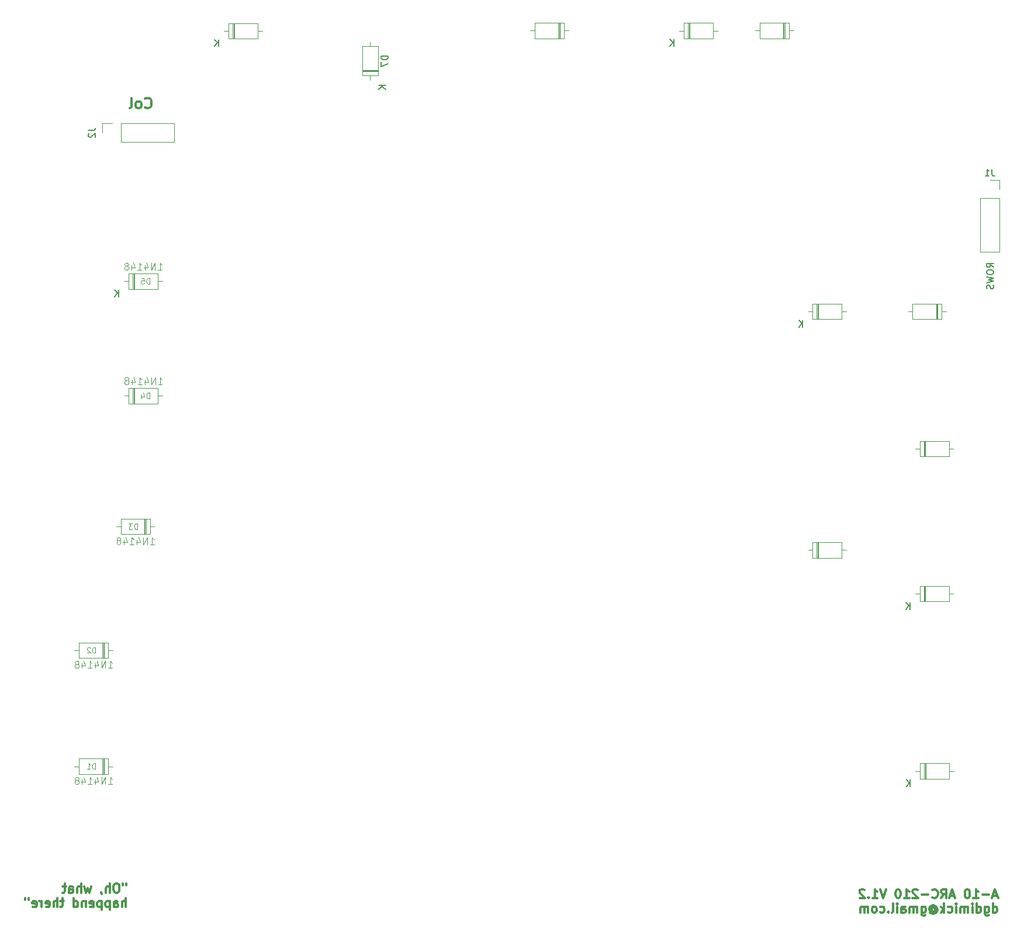
<source format=gbo>
%TF.GenerationSoftware,KiCad,Pcbnew,9.0.3*%
%TF.CreationDate,2025-08-14T19:40:41-06:00*%
%TF.ProjectId,ARC-210-Master-Board,4152432d-3231-4302-9d4d-61737465722d,rev?*%
%TF.SameCoordinates,Original*%
%TF.FileFunction,Legend,Bot*%
%TF.FilePolarity,Positive*%
%FSLAX46Y46*%
G04 Gerber Fmt 4.6, Leading zero omitted, Abs format (unit mm)*
G04 Created by KiCad (PCBNEW 9.0.3) date 2025-08-14 19:40:41*
%MOMM*%
%LPD*%
G01*
G04 APERTURE LIST*
%ADD10C,0.150000*%
%ADD11C,0.300000*%
%ADD12C,0.125000*%
%ADD13C,0.100000*%
%ADD14C,0.120000*%
G04 APERTURE END LIST*
D10*
X214689819Y-65838207D02*
X214213628Y-65504874D01*
X214689819Y-65266779D02*
X213689819Y-65266779D01*
X213689819Y-65266779D02*
X213689819Y-65647731D01*
X213689819Y-65647731D02*
X213737438Y-65742969D01*
X213737438Y-65742969D02*
X213785057Y-65790588D01*
X213785057Y-65790588D02*
X213880295Y-65838207D01*
X213880295Y-65838207D02*
X214023152Y-65838207D01*
X214023152Y-65838207D02*
X214118390Y-65790588D01*
X214118390Y-65790588D02*
X214166009Y-65742969D01*
X214166009Y-65742969D02*
X214213628Y-65647731D01*
X214213628Y-65647731D02*
X214213628Y-65266779D01*
X213689819Y-66457255D02*
X213689819Y-66647731D01*
X213689819Y-66647731D02*
X213737438Y-66742969D01*
X213737438Y-66742969D02*
X213832676Y-66838207D01*
X213832676Y-66838207D02*
X214023152Y-66885826D01*
X214023152Y-66885826D02*
X214356485Y-66885826D01*
X214356485Y-66885826D02*
X214546961Y-66838207D01*
X214546961Y-66838207D02*
X214642200Y-66742969D01*
X214642200Y-66742969D02*
X214689819Y-66647731D01*
X214689819Y-66647731D02*
X214689819Y-66457255D01*
X214689819Y-66457255D02*
X214642200Y-66362017D01*
X214642200Y-66362017D02*
X214546961Y-66266779D01*
X214546961Y-66266779D02*
X214356485Y-66219160D01*
X214356485Y-66219160D02*
X214023152Y-66219160D01*
X214023152Y-66219160D02*
X213832676Y-66266779D01*
X213832676Y-66266779D02*
X213737438Y-66362017D01*
X213737438Y-66362017D02*
X213689819Y-66457255D01*
X213689819Y-67219160D02*
X214689819Y-67457255D01*
X214689819Y-67457255D02*
X213975533Y-67647731D01*
X213975533Y-67647731D02*
X214689819Y-67838207D01*
X214689819Y-67838207D02*
X213689819Y-68076303D01*
X214642200Y-68409636D02*
X214689819Y-68552493D01*
X214689819Y-68552493D02*
X214689819Y-68790588D01*
X214689819Y-68790588D02*
X214642200Y-68885826D01*
X214642200Y-68885826D02*
X214594580Y-68933445D01*
X214594580Y-68933445D02*
X214499342Y-68981064D01*
X214499342Y-68981064D02*
X214404104Y-68981064D01*
X214404104Y-68981064D02*
X214308866Y-68933445D01*
X214308866Y-68933445D02*
X214261247Y-68885826D01*
X214261247Y-68885826D02*
X214213628Y-68790588D01*
X214213628Y-68790588D02*
X214166009Y-68600112D01*
X214166009Y-68600112D02*
X214118390Y-68504874D01*
X214118390Y-68504874D02*
X214070771Y-68457255D01*
X214070771Y-68457255D02*
X213975533Y-68409636D01*
X213975533Y-68409636D02*
X213880295Y-68409636D01*
X213880295Y-68409636D02*
X213785057Y-68457255D01*
X213785057Y-68457255D02*
X213737438Y-68504874D01*
X213737438Y-68504874D02*
X213689819Y-68600112D01*
X213689819Y-68600112D02*
X213689819Y-68838207D01*
X213689819Y-68838207D02*
X213737438Y-68981064D01*
D11*
X91798346Y-42667971D02*
X91869774Y-42739400D01*
X91869774Y-42739400D02*
X92084060Y-42810828D01*
X92084060Y-42810828D02*
X92226917Y-42810828D01*
X92226917Y-42810828D02*
X92441203Y-42739400D01*
X92441203Y-42739400D02*
X92584060Y-42596542D01*
X92584060Y-42596542D02*
X92655489Y-42453685D01*
X92655489Y-42453685D02*
X92726917Y-42167971D01*
X92726917Y-42167971D02*
X92726917Y-41953685D01*
X92726917Y-41953685D02*
X92655489Y-41667971D01*
X92655489Y-41667971D02*
X92584060Y-41525114D01*
X92584060Y-41525114D02*
X92441203Y-41382257D01*
X92441203Y-41382257D02*
X92226917Y-41310828D01*
X92226917Y-41310828D02*
X92084060Y-41310828D01*
X92084060Y-41310828D02*
X91869774Y-41382257D01*
X91869774Y-41382257D02*
X91798346Y-41453685D01*
X90941203Y-42810828D02*
X91084060Y-42739400D01*
X91084060Y-42739400D02*
X91155489Y-42667971D01*
X91155489Y-42667971D02*
X91226917Y-42525114D01*
X91226917Y-42525114D02*
X91226917Y-42096542D01*
X91226917Y-42096542D02*
X91155489Y-41953685D01*
X91155489Y-41953685D02*
X91084060Y-41882257D01*
X91084060Y-41882257D02*
X90941203Y-41810828D01*
X90941203Y-41810828D02*
X90726917Y-41810828D01*
X90726917Y-41810828D02*
X90584060Y-41882257D01*
X90584060Y-41882257D02*
X90512632Y-41953685D01*
X90512632Y-41953685D02*
X90441203Y-42096542D01*
X90441203Y-42096542D02*
X90441203Y-42525114D01*
X90441203Y-42525114D02*
X90512632Y-42667971D01*
X90512632Y-42667971D02*
X90584060Y-42739400D01*
X90584060Y-42739400D02*
X90726917Y-42810828D01*
X90726917Y-42810828D02*
X90941203Y-42810828D01*
X89584060Y-42810828D02*
X89726917Y-42739400D01*
X89726917Y-42739400D02*
X89798346Y-42596542D01*
X89798346Y-42596542D02*
X89798346Y-41310828D01*
X215215012Y-156890949D02*
X214595965Y-156890949D01*
X215338822Y-157262377D02*
X214905489Y-155962377D01*
X214905489Y-155962377D02*
X214472155Y-157262377D01*
X214038822Y-156767139D02*
X213048346Y-156767139D01*
X211748345Y-157262377D02*
X212491202Y-157262377D01*
X212119774Y-157262377D02*
X212119774Y-155962377D01*
X212119774Y-155962377D02*
X212243583Y-156148092D01*
X212243583Y-156148092D02*
X212367393Y-156271901D01*
X212367393Y-156271901D02*
X212491202Y-156333806D01*
X210943584Y-155962377D02*
X210819774Y-155962377D01*
X210819774Y-155962377D02*
X210695965Y-156024282D01*
X210695965Y-156024282D02*
X210634060Y-156086187D01*
X210634060Y-156086187D02*
X210572155Y-156209996D01*
X210572155Y-156209996D02*
X210510250Y-156457615D01*
X210510250Y-156457615D02*
X210510250Y-156767139D01*
X210510250Y-156767139D02*
X210572155Y-157014758D01*
X210572155Y-157014758D02*
X210634060Y-157138568D01*
X210634060Y-157138568D02*
X210695965Y-157200473D01*
X210695965Y-157200473D02*
X210819774Y-157262377D01*
X210819774Y-157262377D02*
X210943584Y-157262377D01*
X210943584Y-157262377D02*
X211067393Y-157200473D01*
X211067393Y-157200473D02*
X211129298Y-157138568D01*
X211129298Y-157138568D02*
X211191203Y-157014758D01*
X211191203Y-157014758D02*
X211253107Y-156767139D01*
X211253107Y-156767139D02*
X211253107Y-156457615D01*
X211253107Y-156457615D02*
X211191203Y-156209996D01*
X211191203Y-156209996D02*
X211129298Y-156086187D01*
X211129298Y-156086187D02*
X211067393Y-156024282D01*
X211067393Y-156024282D02*
X210943584Y-155962377D01*
X209024536Y-156890949D02*
X208405489Y-156890949D01*
X209148346Y-157262377D02*
X208715013Y-155962377D01*
X208715013Y-155962377D02*
X208281679Y-157262377D01*
X207105489Y-157262377D02*
X207538822Y-156643330D01*
X207848346Y-157262377D02*
X207848346Y-155962377D01*
X207848346Y-155962377D02*
X207353108Y-155962377D01*
X207353108Y-155962377D02*
X207229298Y-156024282D01*
X207229298Y-156024282D02*
X207167393Y-156086187D01*
X207167393Y-156086187D02*
X207105489Y-156209996D01*
X207105489Y-156209996D02*
X207105489Y-156395711D01*
X207105489Y-156395711D02*
X207167393Y-156519520D01*
X207167393Y-156519520D02*
X207229298Y-156581425D01*
X207229298Y-156581425D02*
X207353108Y-156643330D01*
X207353108Y-156643330D02*
X207848346Y-156643330D01*
X205805489Y-157138568D02*
X205867393Y-157200473D01*
X205867393Y-157200473D02*
X206053108Y-157262377D01*
X206053108Y-157262377D02*
X206176917Y-157262377D01*
X206176917Y-157262377D02*
X206362631Y-157200473D01*
X206362631Y-157200473D02*
X206486441Y-157076663D01*
X206486441Y-157076663D02*
X206548346Y-156952853D01*
X206548346Y-156952853D02*
X206610250Y-156705234D01*
X206610250Y-156705234D02*
X206610250Y-156519520D01*
X206610250Y-156519520D02*
X206548346Y-156271901D01*
X206548346Y-156271901D02*
X206486441Y-156148092D01*
X206486441Y-156148092D02*
X206362631Y-156024282D01*
X206362631Y-156024282D02*
X206176917Y-155962377D01*
X206176917Y-155962377D02*
X206053108Y-155962377D01*
X206053108Y-155962377D02*
X205867393Y-156024282D01*
X205867393Y-156024282D02*
X205805489Y-156086187D01*
X205248346Y-156767139D02*
X204257870Y-156767139D01*
X203700726Y-156086187D02*
X203638822Y-156024282D01*
X203638822Y-156024282D02*
X203515012Y-155962377D01*
X203515012Y-155962377D02*
X203205488Y-155962377D01*
X203205488Y-155962377D02*
X203081679Y-156024282D01*
X203081679Y-156024282D02*
X203019774Y-156086187D01*
X203019774Y-156086187D02*
X202957869Y-156209996D01*
X202957869Y-156209996D02*
X202957869Y-156333806D01*
X202957869Y-156333806D02*
X203019774Y-156519520D01*
X203019774Y-156519520D02*
X203762631Y-157262377D01*
X203762631Y-157262377D02*
X202957869Y-157262377D01*
X201719774Y-157262377D02*
X202462631Y-157262377D01*
X202091203Y-157262377D02*
X202091203Y-155962377D01*
X202091203Y-155962377D02*
X202215012Y-156148092D01*
X202215012Y-156148092D02*
X202338822Y-156271901D01*
X202338822Y-156271901D02*
X202462631Y-156333806D01*
X200915013Y-155962377D02*
X200791203Y-155962377D01*
X200791203Y-155962377D02*
X200667394Y-156024282D01*
X200667394Y-156024282D02*
X200605489Y-156086187D01*
X200605489Y-156086187D02*
X200543584Y-156209996D01*
X200543584Y-156209996D02*
X200481679Y-156457615D01*
X200481679Y-156457615D02*
X200481679Y-156767139D01*
X200481679Y-156767139D02*
X200543584Y-157014758D01*
X200543584Y-157014758D02*
X200605489Y-157138568D01*
X200605489Y-157138568D02*
X200667394Y-157200473D01*
X200667394Y-157200473D02*
X200791203Y-157262377D01*
X200791203Y-157262377D02*
X200915013Y-157262377D01*
X200915013Y-157262377D02*
X201038822Y-157200473D01*
X201038822Y-157200473D02*
X201100727Y-157138568D01*
X201100727Y-157138568D02*
X201162632Y-157014758D01*
X201162632Y-157014758D02*
X201224536Y-156767139D01*
X201224536Y-156767139D02*
X201224536Y-156457615D01*
X201224536Y-156457615D02*
X201162632Y-156209996D01*
X201162632Y-156209996D02*
X201100727Y-156086187D01*
X201100727Y-156086187D02*
X201038822Y-156024282D01*
X201038822Y-156024282D02*
X200915013Y-155962377D01*
X199119775Y-155962377D02*
X198686442Y-157262377D01*
X198686442Y-157262377D02*
X198253108Y-155962377D01*
X197138822Y-157262377D02*
X197881679Y-157262377D01*
X197510251Y-157262377D02*
X197510251Y-155962377D01*
X197510251Y-155962377D02*
X197634060Y-156148092D01*
X197634060Y-156148092D02*
X197757870Y-156271901D01*
X197757870Y-156271901D02*
X197881679Y-156333806D01*
X196581680Y-157138568D02*
X196519775Y-157200473D01*
X196519775Y-157200473D02*
X196581680Y-157262377D01*
X196581680Y-157262377D02*
X196643584Y-157200473D01*
X196643584Y-157200473D02*
X196581680Y-157138568D01*
X196581680Y-157138568D02*
X196581680Y-157262377D01*
X196024536Y-156086187D02*
X195962632Y-156024282D01*
X195962632Y-156024282D02*
X195838822Y-155962377D01*
X195838822Y-155962377D02*
X195529298Y-155962377D01*
X195529298Y-155962377D02*
X195405489Y-156024282D01*
X195405489Y-156024282D02*
X195343584Y-156086187D01*
X195343584Y-156086187D02*
X195281679Y-156209996D01*
X195281679Y-156209996D02*
X195281679Y-156333806D01*
X195281679Y-156333806D02*
X195343584Y-156519520D01*
X195343584Y-156519520D02*
X196086441Y-157262377D01*
X196086441Y-157262377D02*
X195281679Y-157262377D01*
X214595965Y-159355304D02*
X214595965Y-158055304D01*
X214595965Y-159293400D02*
X214719774Y-159355304D01*
X214719774Y-159355304D02*
X214967393Y-159355304D01*
X214967393Y-159355304D02*
X215091203Y-159293400D01*
X215091203Y-159293400D02*
X215153108Y-159231495D01*
X215153108Y-159231495D02*
X215215012Y-159107685D01*
X215215012Y-159107685D02*
X215215012Y-158736257D01*
X215215012Y-158736257D02*
X215153108Y-158612447D01*
X215153108Y-158612447D02*
X215091203Y-158550542D01*
X215091203Y-158550542D02*
X214967393Y-158488638D01*
X214967393Y-158488638D02*
X214719774Y-158488638D01*
X214719774Y-158488638D02*
X214595965Y-158550542D01*
X213419775Y-158488638D02*
X213419775Y-159541019D01*
X213419775Y-159541019D02*
X213481680Y-159664828D01*
X213481680Y-159664828D02*
X213543584Y-159726733D01*
X213543584Y-159726733D02*
X213667394Y-159788638D01*
X213667394Y-159788638D02*
X213853108Y-159788638D01*
X213853108Y-159788638D02*
X213976918Y-159726733D01*
X213419775Y-159293400D02*
X213543584Y-159355304D01*
X213543584Y-159355304D02*
X213791203Y-159355304D01*
X213791203Y-159355304D02*
X213915013Y-159293400D01*
X213915013Y-159293400D02*
X213976918Y-159231495D01*
X213976918Y-159231495D02*
X214038822Y-159107685D01*
X214038822Y-159107685D02*
X214038822Y-158736257D01*
X214038822Y-158736257D02*
X213976918Y-158612447D01*
X213976918Y-158612447D02*
X213915013Y-158550542D01*
X213915013Y-158550542D02*
X213791203Y-158488638D01*
X213791203Y-158488638D02*
X213543584Y-158488638D01*
X213543584Y-158488638D02*
X213419775Y-158550542D01*
X212243585Y-159355304D02*
X212243585Y-158055304D01*
X212243585Y-159293400D02*
X212367394Y-159355304D01*
X212367394Y-159355304D02*
X212615013Y-159355304D01*
X212615013Y-159355304D02*
X212738823Y-159293400D01*
X212738823Y-159293400D02*
X212800728Y-159231495D01*
X212800728Y-159231495D02*
X212862632Y-159107685D01*
X212862632Y-159107685D02*
X212862632Y-158736257D01*
X212862632Y-158736257D02*
X212800728Y-158612447D01*
X212800728Y-158612447D02*
X212738823Y-158550542D01*
X212738823Y-158550542D02*
X212615013Y-158488638D01*
X212615013Y-158488638D02*
X212367394Y-158488638D01*
X212367394Y-158488638D02*
X212243585Y-158550542D01*
X211624538Y-159355304D02*
X211624538Y-158488638D01*
X211624538Y-158055304D02*
X211686442Y-158117209D01*
X211686442Y-158117209D02*
X211624538Y-158179114D01*
X211624538Y-158179114D02*
X211562633Y-158117209D01*
X211562633Y-158117209D02*
X211624538Y-158055304D01*
X211624538Y-158055304D02*
X211624538Y-158179114D01*
X211005490Y-159355304D02*
X211005490Y-158488638D01*
X211005490Y-158612447D02*
X210943585Y-158550542D01*
X210943585Y-158550542D02*
X210819775Y-158488638D01*
X210819775Y-158488638D02*
X210634061Y-158488638D01*
X210634061Y-158488638D02*
X210510252Y-158550542D01*
X210510252Y-158550542D02*
X210448347Y-158674352D01*
X210448347Y-158674352D02*
X210448347Y-159355304D01*
X210448347Y-158674352D02*
X210386442Y-158550542D01*
X210386442Y-158550542D02*
X210262633Y-158488638D01*
X210262633Y-158488638D02*
X210076918Y-158488638D01*
X210076918Y-158488638D02*
X209953109Y-158550542D01*
X209953109Y-158550542D02*
X209891204Y-158674352D01*
X209891204Y-158674352D02*
X209891204Y-159355304D01*
X209272157Y-159355304D02*
X209272157Y-158488638D01*
X209272157Y-158055304D02*
X209334061Y-158117209D01*
X209334061Y-158117209D02*
X209272157Y-158179114D01*
X209272157Y-158179114D02*
X209210252Y-158117209D01*
X209210252Y-158117209D02*
X209272157Y-158055304D01*
X209272157Y-158055304D02*
X209272157Y-158179114D01*
X208095966Y-159293400D02*
X208219775Y-159355304D01*
X208219775Y-159355304D02*
X208467394Y-159355304D01*
X208467394Y-159355304D02*
X208591204Y-159293400D01*
X208591204Y-159293400D02*
X208653109Y-159231495D01*
X208653109Y-159231495D02*
X208715013Y-159107685D01*
X208715013Y-159107685D02*
X208715013Y-158736257D01*
X208715013Y-158736257D02*
X208653109Y-158612447D01*
X208653109Y-158612447D02*
X208591204Y-158550542D01*
X208591204Y-158550542D02*
X208467394Y-158488638D01*
X208467394Y-158488638D02*
X208219775Y-158488638D01*
X208219775Y-158488638D02*
X208095966Y-158550542D01*
X207538823Y-159355304D02*
X207538823Y-158055304D01*
X207415013Y-158860066D02*
X207043585Y-159355304D01*
X207043585Y-158488638D02*
X207538823Y-158983876D01*
X205681680Y-158736257D02*
X205743585Y-158674352D01*
X205743585Y-158674352D02*
X205867394Y-158612447D01*
X205867394Y-158612447D02*
X205991204Y-158612447D01*
X205991204Y-158612447D02*
X206115013Y-158674352D01*
X206115013Y-158674352D02*
X206176918Y-158736257D01*
X206176918Y-158736257D02*
X206238823Y-158860066D01*
X206238823Y-158860066D02*
X206238823Y-158983876D01*
X206238823Y-158983876D02*
X206176918Y-159107685D01*
X206176918Y-159107685D02*
X206115013Y-159169590D01*
X206115013Y-159169590D02*
X205991204Y-159231495D01*
X205991204Y-159231495D02*
X205867394Y-159231495D01*
X205867394Y-159231495D02*
X205743585Y-159169590D01*
X205743585Y-159169590D02*
X205681680Y-159107685D01*
X205681680Y-158612447D02*
X205681680Y-159107685D01*
X205681680Y-159107685D02*
X205619775Y-159169590D01*
X205619775Y-159169590D02*
X205557870Y-159169590D01*
X205557870Y-159169590D02*
X205434061Y-159107685D01*
X205434061Y-159107685D02*
X205372156Y-158983876D01*
X205372156Y-158983876D02*
X205372156Y-158674352D01*
X205372156Y-158674352D02*
X205495966Y-158488638D01*
X205495966Y-158488638D02*
X205681680Y-158364828D01*
X205681680Y-158364828D02*
X205929299Y-158302923D01*
X205929299Y-158302923D02*
X206176918Y-158364828D01*
X206176918Y-158364828D02*
X206362632Y-158488638D01*
X206362632Y-158488638D02*
X206486442Y-158674352D01*
X206486442Y-158674352D02*
X206548346Y-158921971D01*
X206548346Y-158921971D02*
X206486442Y-159169590D01*
X206486442Y-159169590D02*
X206362632Y-159355304D01*
X206362632Y-159355304D02*
X206176918Y-159479114D01*
X206176918Y-159479114D02*
X205929299Y-159541019D01*
X205929299Y-159541019D02*
X205681680Y-159479114D01*
X205681680Y-159479114D02*
X205495966Y-159355304D01*
X204257870Y-158488638D02*
X204257870Y-159541019D01*
X204257870Y-159541019D02*
X204319775Y-159664828D01*
X204319775Y-159664828D02*
X204381679Y-159726733D01*
X204381679Y-159726733D02*
X204505489Y-159788638D01*
X204505489Y-159788638D02*
X204691203Y-159788638D01*
X204691203Y-159788638D02*
X204815013Y-159726733D01*
X204257870Y-159293400D02*
X204381679Y-159355304D01*
X204381679Y-159355304D02*
X204629298Y-159355304D01*
X204629298Y-159355304D02*
X204753108Y-159293400D01*
X204753108Y-159293400D02*
X204815013Y-159231495D01*
X204815013Y-159231495D02*
X204876917Y-159107685D01*
X204876917Y-159107685D02*
X204876917Y-158736257D01*
X204876917Y-158736257D02*
X204815013Y-158612447D01*
X204815013Y-158612447D02*
X204753108Y-158550542D01*
X204753108Y-158550542D02*
X204629298Y-158488638D01*
X204629298Y-158488638D02*
X204381679Y-158488638D01*
X204381679Y-158488638D02*
X204257870Y-158550542D01*
X203638823Y-159355304D02*
X203638823Y-158488638D01*
X203638823Y-158612447D02*
X203576918Y-158550542D01*
X203576918Y-158550542D02*
X203453108Y-158488638D01*
X203453108Y-158488638D02*
X203267394Y-158488638D01*
X203267394Y-158488638D02*
X203143585Y-158550542D01*
X203143585Y-158550542D02*
X203081680Y-158674352D01*
X203081680Y-158674352D02*
X203081680Y-159355304D01*
X203081680Y-158674352D02*
X203019775Y-158550542D01*
X203019775Y-158550542D02*
X202895966Y-158488638D01*
X202895966Y-158488638D02*
X202710251Y-158488638D01*
X202710251Y-158488638D02*
X202586442Y-158550542D01*
X202586442Y-158550542D02*
X202524537Y-158674352D01*
X202524537Y-158674352D02*
X202524537Y-159355304D01*
X201348347Y-159355304D02*
X201348347Y-158674352D01*
X201348347Y-158674352D02*
X201410252Y-158550542D01*
X201410252Y-158550542D02*
X201534061Y-158488638D01*
X201534061Y-158488638D02*
X201781680Y-158488638D01*
X201781680Y-158488638D02*
X201905490Y-158550542D01*
X201348347Y-159293400D02*
X201472156Y-159355304D01*
X201472156Y-159355304D02*
X201781680Y-159355304D01*
X201781680Y-159355304D02*
X201905490Y-159293400D01*
X201905490Y-159293400D02*
X201967394Y-159169590D01*
X201967394Y-159169590D02*
X201967394Y-159045780D01*
X201967394Y-159045780D02*
X201905490Y-158921971D01*
X201905490Y-158921971D02*
X201781680Y-158860066D01*
X201781680Y-158860066D02*
X201472156Y-158860066D01*
X201472156Y-158860066D02*
X201348347Y-158798161D01*
X200729300Y-159355304D02*
X200729300Y-158488638D01*
X200729300Y-158055304D02*
X200791204Y-158117209D01*
X200791204Y-158117209D02*
X200729300Y-158179114D01*
X200729300Y-158179114D02*
X200667395Y-158117209D01*
X200667395Y-158117209D02*
X200729300Y-158055304D01*
X200729300Y-158055304D02*
X200729300Y-158179114D01*
X199924537Y-159355304D02*
X200048347Y-159293400D01*
X200048347Y-159293400D02*
X200110252Y-159169590D01*
X200110252Y-159169590D02*
X200110252Y-158055304D01*
X199429300Y-159231495D02*
X199367395Y-159293400D01*
X199367395Y-159293400D02*
X199429300Y-159355304D01*
X199429300Y-159355304D02*
X199491204Y-159293400D01*
X199491204Y-159293400D02*
X199429300Y-159231495D01*
X199429300Y-159231495D02*
X199429300Y-159355304D01*
X198253109Y-159293400D02*
X198376918Y-159355304D01*
X198376918Y-159355304D02*
X198624537Y-159355304D01*
X198624537Y-159355304D02*
X198748347Y-159293400D01*
X198748347Y-159293400D02*
X198810252Y-159231495D01*
X198810252Y-159231495D02*
X198872156Y-159107685D01*
X198872156Y-159107685D02*
X198872156Y-158736257D01*
X198872156Y-158736257D02*
X198810252Y-158612447D01*
X198810252Y-158612447D02*
X198748347Y-158550542D01*
X198748347Y-158550542D02*
X198624537Y-158488638D01*
X198624537Y-158488638D02*
X198376918Y-158488638D01*
X198376918Y-158488638D02*
X198253109Y-158550542D01*
X197510251Y-159355304D02*
X197634061Y-159293400D01*
X197634061Y-159293400D02*
X197695966Y-159231495D01*
X197695966Y-159231495D02*
X197757870Y-159107685D01*
X197757870Y-159107685D02*
X197757870Y-158736257D01*
X197757870Y-158736257D02*
X197695966Y-158612447D01*
X197695966Y-158612447D02*
X197634061Y-158550542D01*
X197634061Y-158550542D02*
X197510251Y-158488638D01*
X197510251Y-158488638D02*
X197324537Y-158488638D01*
X197324537Y-158488638D02*
X197200728Y-158550542D01*
X197200728Y-158550542D02*
X197138823Y-158612447D01*
X197138823Y-158612447D02*
X197076918Y-158736257D01*
X197076918Y-158736257D02*
X197076918Y-159107685D01*
X197076918Y-159107685D02*
X197138823Y-159231495D01*
X197138823Y-159231495D02*
X197200728Y-159293400D01*
X197200728Y-159293400D02*
X197324537Y-159355304D01*
X197324537Y-159355304D02*
X197510251Y-159355304D01*
X196519776Y-159355304D02*
X196519776Y-158488638D01*
X196519776Y-158612447D02*
X196457871Y-158550542D01*
X196457871Y-158550542D02*
X196334061Y-158488638D01*
X196334061Y-158488638D02*
X196148347Y-158488638D01*
X196148347Y-158488638D02*
X196024538Y-158550542D01*
X196024538Y-158550542D02*
X195962633Y-158674352D01*
X195962633Y-158674352D02*
X195962633Y-159355304D01*
X195962633Y-158674352D02*
X195900728Y-158550542D01*
X195900728Y-158550542D02*
X195776919Y-158488638D01*
X195776919Y-158488638D02*
X195591204Y-158488638D01*
X195591204Y-158488638D02*
X195467395Y-158550542D01*
X195467395Y-158550542D02*
X195405490Y-158674352D01*
X195405490Y-158674352D02*
X195405490Y-159355304D01*
X89055012Y-155152377D02*
X89055012Y-155399996D01*
X88559774Y-155152377D02*
X88559774Y-155399996D01*
X87755013Y-155152377D02*
X87507394Y-155152377D01*
X87507394Y-155152377D02*
X87383584Y-155214282D01*
X87383584Y-155214282D02*
X87259775Y-155338092D01*
X87259775Y-155338092D02*
X87197870Y-155585711D01*
X87197870Y-155585711D02*
X87197870Y-156019044D01*
X87197870Y-156019044D02*
X87259775Y-156266663D01*
X87259775Y-156266663D02*
X87383584Y-156390473D01*
X87383584Y-156390473D02*
X87507394Y-156452377D01*
X87507394Y-156452377D02*
X87755013Y-156452377D01*
X87755013Y-156452377D02*
X87878822Y-156390473D01*
X87878822Y-156390473D02*
X88002632Y-156266663D01*
X88002632Y-156266663D02*
X88064536Y-156019044D01*
X88064536Y-156019044D02*
X88064536Y-155585711D01*
X88064536Y-155585711D02*
X88002632Y-155338092D01*
X88002632Y-155338092D02*
X87878822Y-155214282D01*
X87878822Y-155214282D02*
X87755013Y-155152377D01*
X86640727Y-156452377D02*
X86640727Y-155152377D01*
X86083584Y-156452377D02*
X86083584Y-155771425D01*
X86083584Y-155771425D02*
X86145489Y-155647615D01*
X86145489Y-155647615D02*
X86269298Y-155585711D01*
X86269298Y-155585711D02*
X86455012Y-155585711D01*
X86455012Y-155585711D02*
X86578822Y-155647615D01*
X86578822Y-155647615D02*
X86640727Y-155709520D01*
X85402632Y-156390473D02*
X85402632Y-156452377D01*
X85402632Y-156452377D02*
X85464537Y-156576187D01*
X85464537Y-156576187D02*
X85526441Y-156638092D01*
X83978822Y-155585711D02*
X83731203Y-156452377D01*
X83731203Y-156452377D02*
X83483584Y-155833330D01*
X83483584Y-155833330D02*
X83235965Y-156452377D01*
X83235965Y-156452377D02*
X82988346Y-155585711D01*
X82493108Y-156452377D02*
X82493108Y-155152377D01*
X81935965Y-156452377D02*
X81935965Y-155771425D01*
X81935965Y-155771425D02*
X81997870Y-155647615D01*
X81997870Y-155647615D02*
X82121679Y-155585711D01*
X82121679Y-155585711D02*
X82307393Y-155585711D01*
X82307393Y-155585711D02*
X82431203Y-155647615D01*
X82431203Y-155647615D02*
X82493108Y-155709520D01*
X80759775Y-156452377D02*
X80759775Y-155771425D01*
X80759775Y-155771425D02*
X80821680Y-155647615D01*
X80821680Y-155647615D02*
X80945489Y-155585711D01*
X80945489Y-155585711D02*
X81193108Y-155585711D01*
X81193108Y-155585711D02*
X81316918Y-155647615D01*
X80759775Y-156390473D02*
X80883584Y-156452377D01*
X80883584Y-156452377D02*
X81193108Y-156452377D01*
X81193108Y-156452377D02*
X81316918Y-156390473D01*
X81316918Y-156390473D02*
X81378822Y-156266663D01*
X81378822Y-156266663D02*
X81378822Y-156142853D01*
X81378822Y-156142853D02*
X81316918Y-156019044D01*
X81316918Y-156019044D02*
X81193108Y-155957139D01*
X81193108Y-155957139D02*
X80883584Y-155957139D01*
X80883584Y-155957139D02*
X80759775Y-155895234D01*
X80326442Y-155585711D02*
X79831204Y-155585711D01*
X80140728Y-155152377D02*
X80140728Y-156266663D01*
X80140728Y-156266663D02*
X80078823Y-156390473D01*
X80078823Y-156390473D02*
X79955013Y-156452377D01*
X79955013Y-156452377D02*
X79831204Y-156452377D01*
X88993108Y-158545304D02*
X88993108Y-157245304D01*
X88435965Y-158545304D02*
X88435965Y-157864352D01*
X88435965Y-157864352D02*
X88497870Y-157740542D01*
X88497870Y-157740542D02*
X88621679Y-157678638D01*
X88621679Y-157678638D02*
X88807393Y-157678638D01*
X88807393Y-157678638D02*
X88931203Y-157740542D01*
X88931203Y-157740542D02*
X88993108Y-157802447D01*
X87259775Y-158545304D02*
X87259775Y-157864352D01*
X87259775Y-157864352D02*
X87321680Y-157740542D01*
X87321680Y-157740542D02*
X87445489Y-157678638D01*
X87445489Y-157678638D02*
X87693108Y-157678638D01*
X87693108Y-157678638D02*
X87816918Y-157740542D01*
X87259775Y-158483400D02*
X87383584Y-158545304D01*
X87383584Y-158545304D02*
X87693108Y-158545304D01*
X87693108Y-158545304D02*
X87816918Y-158483400D01*
X87816918Y-158483400D02*
X87878822Y-158359590D01*
X87878822Y-158359590D02*
X87878822Y-158235780D01*
X87878822Y-158235780D02*
X87816918Y-158111971D01*
X87816918Y-158111971D02*
X87693108Y-158050066D01*
X87693108Y-158050066D02*
X87383584Y-158050066D01*
X87383584Y-158050066D02*
X87259775Y-157988161D01*
X86640728Y-157678638D02*
X86640728Y-158978638D01*
X86640728Y-157740542D02*
X86516918Y-157678638D01*
X86516918Y-157678638D02*
X86269299Y-157678638D01*
X86269299Y-157678638D02*
X86145490Y-157740542D01*
X86145490Y-157740542D02*
X86083585Y-157802447D01*
X86083585Y-157802447D02*
X86021680Y-157926257D01*
X86021680Y-157926257D02*
X86021680Y-158297685D01*
X86021680Y-158297685D02*
X86083585Y-158421495D01*
X86083585Y-158421495D02*
X86145490Y-158483400D01*
X86145490Y-158483400D02*
X86269299Y-158545304D01*
X86269299Y-158545304D02*
X86516918Y-158545304D01*
X86516918Y-158545304D02*
X86640728Y-158483400D01*
X85464538Y-157678638D02*
X85464538Y-158978638D01*
X85464538Y-157740542D02*
X85340728Y-157678638D01*
X85340728Y-157678638D02*
X85093109Y-157678638D01*
X85093109Y-157678638D02*
X84969300Y-157740542D01*
X84969300Y-157740542D02*
X84907395Y-157802447D01*
X84907395Y-157802447D02*
X84845490Y-157926257D01*
X84845490Y-157926257D02*
X84845490Y-158297685D01*
X84845490Y-158297685D02*
X84907395Y-158421495D01*
X84907395Y-158421495D02*
X84969300Y-158483400D01*
X84969300Y-158483400D02*
X85093109Y-158545304D01*
X85093109Y-158545304D02*
X85340728Y-158545304D01*
X85340728Y-158545304D02*
X85464538Y-158483400D01*
X83793110Y-158483400D02*
X83916919Y-158545304D01*
X83916919Y-158545304D02*
X84164538Y-158545304D01*
X84164538Y-158545304D02*
X84288348Y-158483400D01*
X84288348Y-158483400D02*
X84350252Y-158359590D01*
X84350252Y-158359590D02*
X84350252Y-157864352D01*
X84350252Y-157864352D02*
X84288348Y-157740542D01*
X84288348Y-157740542D02*
X84164538Y-157678638D01*
X84164538Y-157678638D02*
X83916919Y-157678638D01*
X83916919Y-157678638D02*
X83793110Y-157740542D01*
X83793110Y-157740542D02*
X83731205Y-157864352D01*
X83731205Y-157864352D02*
X83731205Y-157988161D01*
X83731205Y-157988161D02*
X84350252Y-158111971D01*
X83174062Y-157678638D02*
X83174062Y-158545304D01*
X83174062Y-157802447D02*
X83112157Y-157740542D01*
X83112157Y-157740542D02*
X82988347Y-157678638D01*
X82988347Y-157678638D02*
X82802633Y-157678638D01*
X82802633Y-157678638D02*
X82678824Y-157740542D01*
X82678824Y-157740542D02*
X82616919Y-157864352D01*
X82616919Y-157864352D02*
X82616919Y-158545304D01*
X81440729Y-158545304D02*
X81440729Y-157245304D01*
X81440729Y-158483400D02*
X81564538Y-158545304D01*
X81564538Y-158545304D02*
X81812157Y-158545304D01*
X81812157Y-158545304D02*
X81935967Y-158483400D01*
X81935967Y-158483400D02*
X81997872Y-158421495D01*
X81997872Y-158421495D02*
X82059776Y-158297685D01*
X82059776Y-158297685D02*
X82059776Y-157926257D01*
X82059776Y-157926257D02*
X81997872Y-157802447D01*
X81997872Y-157802447D02*
X81935967Y-157740542D01*
X81935967Y-157740542D02*
X81812157Y-157678638D01*
X81812157Y-157678638D02*
X81564538Y-157678638D01*
X81564538Y-157678638D02*
X81440729Y-157740542D01*
X80016920Y-157678638D02*
X79521682Y-157678638D01*
X79831206Y-157245304D02*
X79831206Y-158359590D01*
X79831206Y-158359590D02*
X79769301Y-158483400D01*
X79769301Y-158483400D02*
X79645491Y-158545304D01*
X79645491Y-158545304D02*
X79521682Y-158545304D01*
X79088349Y-158545304D02*
X79088349Y-157245304D01*
X78531206Y-158545304D02*
X78531206Y-157864352D01*
X78531206Y-157864352D02*
X78593111Y-157740542D01*
X78593111Y-157740542D02*
X78716920Y-157678638D01*
X78716920Y-157678638D02*
X78902634Y-157678638D01*
X78902634Y-157678638D02*
X79026444Y-157740542D01*
X79026444Y-157740542D02*
X79088349Y-157802447D01*
X77416921Y-158483400D02*
X77540730Y-158545304D01*
X77540730Y-158545304D02*
X77788349Y-158545304D01*
X77788349Y-158545304D02*
X77912159Y-158483400D01*
X77912159Y-158483400D02*
X77974063Y-158359590D01*
X77974063Y-158359590D02*
X77974063Y-157864352D01*
X77974063Y-157864352D02*
X77912159Y-157740542D01*
X77912159Y-157740542D02*
X77788349Y-157678638D01*
X77788349Y-157678638D02*
X77540730Y-157678638D01*
X77540730Y-157678638D02*
X77416921Y-157740542D01*
X77416921Y-157740542D02*
X77355016Y-157864352D01*
X77355016Y-157864352D02*
X77355016Y-157988161D01*
X77355016Y-157988161D02*
X77974063Y-158111971D01*
X76797873Y-158545304D02*
X76797873Y-157678638D01*
X76797873Y-157926257D02*
X76735968Y-157802447D01*
X76735968Y-157802447D02*
X76674063Y-157740542D01*
X76674063Y-157740542D02*
X76550254Y-157678638D01*
X76550254Y-157678638D02*
X76426444Y-157678638D01*
X75497873Y-158483400D02*
X75621682Y-158545304D01*
X75621682Y-158545304D02*
X75869301Y-158545304D01*
X75869301Y-158545304D02*
X75993111Y-158483400D01*
X75993111Y-158483400D02*
X76055015Y-158359590D01*
X76055015Y-158359590D02*
X76055015Y-157864352D01*
X76055015Y-157864352D02*
X75993111Y-157740542D01*
X75993111Y-157740542D02*
X75869301Y-157678638D01*
X75869301Y-157678638D02*
X75621682Y-157678638D01*
X75621682Y-157678638D02*
X75497873Y-157740542D01*
X75497873Y-157740542D02*
X75435968Y-157864352D01*
X75435968Y-157864352D02*
X75435968Y-157988161D01*
X75435968Y-157988161D02*
X76055015Y-158111971D01*
X74940729Y-157245304D02*
X74940729Y-157492923D01*
X74445491Y-157245304D02*
X74445491Y-157492923D01*
D10*
X187051904Y-74494819D02*
X187051904Y-73494819D01*
X186480476Y-74494819D02*
X186909047Y-73923390D01*
X186480476Y-73494819D02*
X187051904Y-74066247D01*
X202611904Y-141104819D02*
X202611904Y-140104819D01*
X202040476Y-141104819D02*
X202469047Y-140533390D01*
X202040476Y-140104819D02*
X202611904Y-140676247D01*
X168401904Y-33824819D02*
X168401904Y-32824819D01*
X167830476Y-33824819D02*
X168259047Y-33253390D01*
X167830476Y-32824819D02*
X168401904Y-33396247D01*
X83574819Y-46006666D02*
X84289104Y-46006666D01*
X84289104Y-46006666D02*
X84431961Y-45959047D01*
X84431961Y-45959047D02*
X84527200Y-45863809D01*
X84527200Y-45863809D02*
X84574819Y-45720952D01*
X84574819Y-45720952D02*
X84574819Y-45625714D01*
X83670057Y-46435238D02*
X83622438Y-46482857D01*
X83622438Y-46482857D02*
X83574819Y-46578095D01*
X83574819Y-46578095D02*
X83574819Y-46816190D01*
X83574819Y-46816190D02*
X83622438Y-46911428D01*
X83622438Y-46911428D02*
X83670057Y-46959047D01*
X83670057Y-46959047D02*
X83765295Y-47006666D01*
X83765295Y-47006666D02*
X83860533Y-47006666D01*
X83860533Y-47006666D02*
X84003390Y-46959047D01*
X84003390Y-46959047D02*
X84574819Y-46387619D01*
X84574819Y-46387619D02*
X84574819Y-47006666D01*
X202561904Y-115414819D02*
X202561904Y-114414819D01*
X201990476Y-115414819D02*
X202419047Y-114843390D01*
X201990476Y-114414819D02*
X202561904Y-114986247D01*
D12*
X92512857Y-105996119D02*
X93084285Y-105996119D01*
X92798571Y-105996119D02*
X92798571Y-104996119D01*
X92798571Y-104996119D02*
X92893809Y-105138976D01*
X92893809Y-105138976D02*
X92989047Y-105234214D01*
X92989047Y-105234214D02*
X93084285Y-105281833D01*
X92084285Y-105996119D02*
X92084285Y-104996119D01*
X92084285Y-104996119D02*
X91512857Y-105996119D01*
X91512857Y-105996119D02*
X91512857Y-104996119D01*
X90608095Y-105329452D02*
X90608095Y-105996119D01*
X90846190Y-104948500D02*
X91084285Y-105662785D01*
X91084285Y-105662785D02*
X90465238Y-105662785D01*
X89560476Y-105996119D02*
X90131904Y-105996119D01*
X89846190Y-105996119D02*
X89846190Y-104996119D01*
X89846190Y-104996119D02*
X89941428Y-105138976D01*
X89941428Y-105138976D02*
X90036666Y-105234214D01*
X90036666Y-105234214D02*
X90131904Y-105281833D01*
X88703333Y-105329452D02*
X88703333Y-105996119D01*
X88941428Y-104948500D02*
X89179523Y-105662785D01*
X89179523Y-105662785D02*
X88560476Y-105662785D01*
X88036666Y-105424690D02*
X88131904Y-105377071D01*
X88131904Y-105377071D02*
X88179523Y-105329452D01*
X88179523Y-105329452D02*
X88227142Y-105234214D01*
X88227142Y-105234214D02*
X88227142Y-105186595D01*
X88227142Y-105186595D02*
X88179523Y-105091357D01*
X88179523Y-105091357D02*
X88131904Y-105043738D01*
X88131904Y-105043738D02*
X88036666Y-104996119D01*
X88036666Y-104996119D02*
X87846190Y-104996119D01*
X87846190Y-104996119D02*
X87750952Y-105043738D01*
X87750952Y-105043738D02*
X87703333Y-105091357D01*
X87703333Y-105091357D02*
X87655714Y-105186595D01*
X87655714Y-105186595D02*
X87655714Y-105234214D01*
X87655714Y-105234214D02*
X87703333Y-105329452D01*
X87703333Y-105329452D02*
X87750952Y-105377071D01*
X87750952Y-105377071D02*
X87846190Y-105424690D01*
X87846190Y-105424690D02*
X88036666Y-105424690D01*
X88036666Y-105424690D02*
X88131904Y-105472309D01*
X88131904Y-105472309D02*
X88179523Y-105519928D01*
X88179523Y-105519928D02*
X88227142Y-105615166D01*
X88227142Y-105615166D02*
X88227142Y-105805642D01*
X88227142Y-105805642D02*
X88179523Y-105900880D01*
X88179523Y-105900880D02*
X88131904Y-105948500D01*
X88131904Y-105948500D02*
X88036666Y-105996119D01*
X88036666Y-105996119D02*
X87846190Y-105996119D01*
X87846190Y-105996119D02*
X87750952Y-105948500D01*
X87750952Y-105948500D02*
X87703333Y-105900880D01*
X87703333Y-105900880D02*
X87655714Y-105805642D01*
X87655714Y-105805642D02*
X87655714Y-105615166D01*
X87655714Y-105615166D02*
X87703333Y-105519928D01*
X87703333Y-105519928D02*
X87750952Y-105472309D01*
X87750952Y-105472309D02*
X87846190Y-105424690D01*
D13*
X90660475Y-103784895D02*
X90660475Y-102984895D01*
X90660475Y-102984895D02*
X90469999Y-102984895D01*
X90469999Y-102984895D02*
X90355713Y-103022990D01*
X90355713Y-103022990D02*
X90279523Y-103099180D01*
X90279523Y-103099180D02*
X90241428Y-103175371D01*
X90241428Y-103175371D02*
X90203332Y-103327752D01*
X90203332Y-103327752D02*
X90203332Y-103442038D01*
X90203332Y-103442038D02*
X90241428Y-103594419D01*
X90241428Y-103594419D02*
X90279523Y-103670609D01*
X90279523Y-103670609D02*
X90355713Y-103746800D01*
X90355713Y-103746800D02*
X90469999Y-103784895D01*
X90469999Y-103784895D02*
X90660475Y-103784895D01*
X89936666Y-102984895D02*
X89441428Y-102984895D01*
X89441428Y-102984895D02*
X89708094Y-103289657D01*
X89708094Y-103289657D02*
X89593809Y-103289657D01*
X89593809Y-103289657D02*
X89517618Y-103327752D01*
X89517618Y-103327752D02*
X89479523Y-103365847D01*
X89479523Y-103365847D02*
X89441428Y-103442038D01*
X89441428Y-103442038D02*
X89441428Y-103632514D01*
X89441428Y-103632514D02*
X89479523Y-103708704D01*
X89479523Y-103708704D02*
X89517618Y-103746800D01*
X89517618Y-103746800D02*
X89593809Y-103784895D01*
X89593809Y-103784895D02*
X89822380Y-103784895D01*
X89822380Y-103784895D02*
X89898571Y-103746800D01*
X89898571Y-103746800D02*
X89936666Y-103708704D01*
D10*
X214483333Y-51644819D02*
X214483333Y-52359104D01*
X214483333Y-52359104D02*
X214530952Y-52501961D01*
X214530952Y-52501961D02*
X214626190Y-52597200D01*
X214626190Y-52597200D02*
X214769047Y-52644819D01*
X214769047Y-52644819D02*
X214864285Y-52644819D01*
X213483333Y-52644819D02*
X214054761Y-52644819D01*
X213769047Y-52644819D02*
X213769047Y-51644819D01*
X213769047Y-51644819D02*
X213864285Y-51787676D01*
X213864285Y-51787676D02*
X213959523Y-51882914D01*
X213959523Y-51882914D02*
X214054761Y-51930533D01*
D12*
X93682857Y-82806119D02*
X94254285Y-82806119D01*
X93968571Y-82806119D02*
X93968571Y-81806119D01*
X93968571Y-81806119D02*
X94063809Y-81948976D01*
X94063809Y-81948976D02*
X94159047Y-82044214D01*
X94159047Y-82044214D02*
X94254285Y-82091833D01*
X93254285Y-82806119D02*
X93254285Y-81806119D01*
X93254285Y-81806119D02*
X92682857Y-82806119D01*
X92682857Y-82806119D02*
X92682857Y-81806119D01*
X91778095Y-82139452D02*
X91778095Y-82806119D01*
X92016190Y-81758500D02*
X92254285Y-82472785D01*
X92254285Y-82472785D02*
X91635238Y-82472785D01*
X90730476Y-82806119D02*
X91301904Y-82806119D01*
X91016190Y-82806119D02*
X91016190Y-81806119D01*
X91016190Y-81806119D02*
X91111428Y-81948976D01*
X91111428Y-81948976D02*
X91206666Y-82044214D01*
X91206666Y-82044214D02*
X91301904Y-82091833D01*
X89873333Y-82139452D02*
X89873333Y-82806119D01*
X90111428Y-81758500D02*
X90349523Y-82472785D01*
X90349523Y-82472785D02*
X89730476Y-82472785D01*
X89206666Y-82234690D02*
X89301904Y-82187071D01*
X89301904Y-82187071D02*
X89349523Y-82139452D01*
X89349523Y-82139452D02*
X89397142Y-82044214D01*
X89397142Y-82044214D02*
X89397142Y-81996595D01*
X89397142Y-81996595D02*
X89349523Y-81901357D01*
X89349523Y-81901357D02*
X89301904Y-81853738D01*
X89301904Y-81853738D02*
X89206666Y-81806119D01*
X89206666Y-81806119D02*
X89016190Y-81806119D01*
X89016190Y-81806119D02*
X88920952Y-81853738D01*
X88920952Y-81853738D02*
X88873333Y-81901357D01*
X88873333Y-81901357D02*
X88825714Y-81996595D01*
X88825714Y-81996595D02*
X88825714Y-82044214D01*
X88825714Y-82044214D02*
X88873333Y-82139452D01*
X88873333Y-82139452D02*
X88920952Y-82187071D01*
X88920952Y-82187071D02*
X89016190Y-82234690D01*
X89016190Y-82234690D02*
X89206666Y-82234690D01*
X89206666Y-82234690D02*
X89301904Y-82282309D01*
X89301904Y-82282309D02*
X89349523Y-82329928D01*
X89349523Y-82329928D02*
X89397142Y-82425166D01*
X89397142Y-82425166D02*
X89397142Y-82615642D01*
X89397142Y-82615642D02*
X89349523Y-82710880D01*
X89349523Y-82710880D02*
X89301904Y-82758500D01*
X89301904Y-82758500D02*
X89206666Y-82806119D01*
X89206666Y-82806119D02*
X89016190Y-82806119D01*
X89016190Y-82806119D02*
X88920952Y-82758500D01*
X88920952Y-82758500D02*
X88873333Y-82710880D01*
X88873333Y-82710880D02*
X88825714Y-82615642D01*
X88825714Y-82615642D02*
X88825714Y-82425166D01*
X88825714Y-82425166D02*
X88873333Y-82329928D01*
X88873333Y-82329928D02*
X88920952Y-82282309D01*
X88920952Y-82282309D02*
X89016190Y-82234690D01*
D13*
X92430475Y-84834895D02*
X92430475Y-84034895D01*
X92430475Y-84034895D02*
X92239999Y-84034895D01*
X92239999Y-84034895D02*
X92125713Y-84072990D01*
X92125713Y-84072990D02*
X92049523Y-84149180D01*
X92049523Y-84149180D02*
X92011428Y-84225371D01*
X92011428Y-84225371D02*
X91973332Y-84377752D01*
X91973332Y-84377752D02*
X91973332Y-84492038D01*
X91973332Y-84492038D02*
X92011428Y-84644419D01*
X92011428Y-84644419D02*
X92049523Y-84720609D01*
X92049523Y-84720609D02*
X92125713Y-84796800D01*
X92125713Y-84796800D02*
X92239999Y-84834895D01*
X92239999Y-84834895D02*
X92430475Y-84834895D01*
X91287618Y-84301561D02*
X91287618Y-84834895D01*
X91478094Y-83996800D02*
X91668571Y-84568228D01*
X91668571Y-84568228D02*
X91173332Y-84568228D01*
D12*
X86452857Y-140746119D02*
X87024285Y-140746119D01*
X86738571Y-140746119D02*
X86738571Y-139746119D01*
X86738571Y-139746119D02*
X86833809Y-139888976D01*
X86833809Y-139888976D02*
X86929047Y-139984214D01*
X86929047Y-139984214D02*
X87024285Y-140031833D01*
X86024285Y-140746119D02*
X86024285Y-139746119D01*
X86024285Y-139746119D02*
X85452857Y-140746119D01*
X85452857Y-140746119D02*
X85452857Y-139746119D01*
X84548095Y-140079452D02*
X84548095Y-140746119D01*
X84786190Y-139698500D02*
X85024285Y-140412785D01*
X85024285Y-140412785D02*
X84405238Y-140412785D01*
X83500476Y-140746119D02*
X84071904Y-140746119D01*
X83786190Y-140746119D02*
X83786190Y-139746119D01*
X83786190Y-139746119D02*
X83881428Y-139888976D01*
X83881428Y-139888976D02*
X83976666Y-139984214D01*
X83976666Y-139984214D02*
X84071904Y-140031833D01*
X82643333Y-140079452D02*
X82643333Y-140746119D01*
X82881428Y-139698500D02*
X83119523Y-140412785D01*
X83119523Y-140412785D02*
X82500476Y-140412785D01*
X81976666Y-140174690D02*
X82071904Y-140127071D01*
X82071904Y-140127071D02*
X82119523Y-140079452D01*
X82119523Y-140079452D02*
X82167142Y-139984214D01*
X82167142Y-139984214D02*
X82167142Y-139936595D01*
X82167142Y-139936595D02*
X82119523Y-139841357D01*
X82119523Y-139841357D02*
X82071904Y-139793738D01*
X82071904Y-139793738D02*
X81976666Y-139746119D01*
X81976666Y-139746119D02*
X81786190Y-139746119D01*
X81786190Y-139746119D02*
X81690952Y-139793738D01*
X81690952Y-139793738D02*
X81643333Y-139841357D01*
X81643333Y-139841357D02*
X81595714Y-139936595D01*
X81595714Y-139936595D02*
X81595714Y-139984214D01*
X81595714Y-139984214D02*
X81643333Y-140079452D01*
X81643333Y-140079452D02*
X81690952Y-140127071D01*
X81690952Y-140127071D02*
X81786190Y-140174690D01*
X81786190Y-140174690D02*
X81976666Y-140174690D01*
X81976666Y-140174690D02*
X82071904Y-140222309D01*
X82071904Y-140222309D02*
X82119523Y-140269928D01*
X82119523Y-140269928D02*
X82167142Y-140365166D01*
X82167142Y-140365166D02*
X82167142Y-140555642D01*
X82167142Y-140555642D02*
X82119523Y-140650880D01*
X82119523Y-140650880D02*
X82071904Y-140698500D01*
X82071904Y-140698500D02*
X81976666Y-140746119D01*
X81976666Y-140746119D02*
X81786190Y-140746119D01*
X81786190Y-140746119D02*
X81690952Y-140698500D01*
X81690952Y-140698500D02*
X81643333Y-140650880D01*
X81643333Y-140650880D02*
X81595714Y-140555642D01*
X81595714Y-140555642D02*
X81595714Y-140365166D01*
X81595714Y-140365166D02*
X81643333Y-140269928D01*
X81643333Y-140269928D02*
X81690952Y-140222309D01*
X81690952Y-140222309D02*
X81786190Y-140174690D01*
D13*
X84600475Y-138534895D02*
X84600475Y-137734895D01*
X84600475Y-137734895D02*
X84409999Y-137734895D01*
X84409999Y-137734895D02*
X84295713Y-137772990D01*
X84295713Y-137772990D02*
X84219523Y-137849180D01*
X84219523Y-137849180D02*
X84181428Y-137925371D01*
X84181428Y-137925371D02*
X84143332Y-138077752D01*
X84143332Y-138077752D02*
X84143332Y-138192038D01*
X84143332Y-138192038D02*
X84181428Y-138344419D01*
X84181428Y-138344419D02*
X84219523Y-138420609D01*
X84219523Y-138420609D02*
X84295713Y-138496800D01*
X84295713Y-138496800D02*
X84409999Y-138534895D01*
X84409999Y-138534895D02*
X84600475Y-138534895D01*
X83381428Y-138534895D02*
X83838571Y-138534895D01*
X83609999Y-138534895D02*
X83609999Y-137734895D01*
X83609999Y-137734895D02*
X83686190Y-137849180D01*
X83686190Y-137849180D02*
X83762380Y-137925371D01*
X83762380Y-137925371D02*
X83838571Y-137963466D01*
D10*
X102441904Y-33844819D02*
X102441904Y-32844819D01*
X101870476Y-33844819D02*
X102299047Y-33273390D01*
X101870476Y-32844819D02*
X102441904Y-33416247D01*
D12*
X93652857Y-66216119D02*
X94224285Y-66216119D01*
X93938571Y-66216119D02*
X93938571Y-65216119D01*
X93938571Y-65216119D02*
X94033809Y-65358976D01*
X94033809Y-65358976D02*
X94129047Y-65454214D01*
X94129047Y-65454214D02*
X94224285Y-65501833D01*
X93224285Y-66216119D02*
X93224285Y-65216119D01*
X93224285Y-65216119D02*
X92652857Y-66216119D01*
X92652857Y-66216119D02*
X92652857Y-65216119D01*
X91748095Y-65549452D02*
X91748095Y-66216119D01*
X91986190Y-65168500D02*
X92224285Y-65882785D01*
X92224285Y-65882785D02*
X91605238Y-65882785D01*
X90700476Y-66216119D02*
X91271904Y-66216119D01*
X90986190Y-66216119D02*
X90986190Y-65216119D01*
X90986190Y-65216119D02*
X91081428Y-65358976D01*
X91081428Y-65358976D02*
X91176666Y-65454214D01*
X91176666Y-65454214D02*
X91271904Y-65501833D01*
X89843333Y-65549452D02*
X89843333Y-66216119D01*
X90081428Y-65168500D02*
X90319523Y-65882785D01*
X90319523Y-65882785D02*
X89700476Y-65882785D01*
X89176666Y-65644690D02*
X89271904Y-65597071D01*
X89271904Y-65597071D02*
X89319523Y-65549452D01*
X89319523Y-65549452D02*
X89367142Y-65454214D01*
X89367142Y-65454214D02*
X89367142Y-65406595D01*
X89367142Y-65406595D02*
X89319523Y-65311357D01*
X89319523Y-65311357D02*
X89271904Y-65263738D01*
X89271904Y-65263738D02*
X89176666Y-65216119D01*
X89176666Y-65216119D02*
X88986190Y-65216119D01*
X88986190Y-65216119D02*
X88890952Y-65263738D01*
X88890952Y-65263738D02*
X88843333Y-65311357D01*
X88843333Y-65311357D02*
X88795714Y-65406595D01*
X88795714Y-65406595D02*
X88795714Y-65454214D01*
X88795714Y-65454214D02*
X88843333Y-65549452D01*
X88843333Y-65549452D02*
X88890952Y-65597071D01*
X88890952Y-65597071D02*
X88986190Y-65644690D01*
X88986190Y-65644690D02*
X89176666Y-65644690D01*
X89176666Y-65644690D02*
X89271904Y-65692309D01*
X89271904Y-65692309D02*
X89319523Y-65739928D01*
X89319523Y-65739928D02*
X89367142Y-65835166D01*
X89367142Y-65835166D02*
X89367142Y-66025642D01*
X89367142Y-66025642D02*
X89319523Y-66120880D01*
X89319523Y-66120880D02*
X89271904Y-66168500D01*
X89271904Y-66168500D02*
X89176666Y-66216119D01*
X89176666Y-66216119D02*
X88986190Y-66216119D01*
X88986190Y-66216119D02*
X88890952Y-66168500D01*
X88890952Y-66168500D02*
X88843333Y-66120880D01*
X88843333Y-66120880D02*
X88795714Y-66025642D01*
X88795714Y-66025642D02*
X88795714Y-65835166D01*
X88795714Y-65835166D02*
X88843333Y-65739928D01*
X88843333Y-65739928D02*
X88890952Y-65692309D01*
X88890952Y-65692309D02*
X88986190Y-65644690D01*
D10*
X87961904Y-70134819D02*
X87961904Y-69134819D01*
X87390476Y-70134819D02*
X87819047Y-69563390D01*
X87390476Y-69134819D02*
X87961904Y-69706247D01*
D13*
X92400475Y-68244895D02*
X92400475Y-67444895D01*
X92400475Y-67444895D02*
X92209999Y-67444895D01*
X92209999Y-67444895D02*
X92095713Y-67482990D01*
X92095713Y-67482990D02*
X92019523Y-67559180D01*
X92019523Y-67559180D02*
X91981428Y-67635371D01*
X91981428Y-67635371D02*
X91943332Y-67787752D01*
X91943332Y-67787752D02*
X91943332Y-67902038D01*
X91943332Y-67902038D02*
X91981428Y-68054419D01*
X91981428Y-68054419D02*
X92019523Y-68130609D01*
X92019523Y-68130609D02*
X92095713Y-68206800D01*
X92095713Y-68206800D02*
X92209999Y-68244895D01*
X92209999Y-68244895D02*
X92400475Y-68244895D01*
X91219523Y-67444895D02*
X91600475Y-67444895D01*
X91600475Y-67444895D02*
X91638571Y-67825847D01*
X91638571Y-67825847D02*
X91600475Y-67787752D01*
X91600475Y-67787752D02*
X91524285Y-67749657D01*
X91524285Y-67749657D02*
X91333809Y-67749657D01*
X91333809Y-67749657D02*
X91257618Y-67787752D01*
X91257618Y-67787752D02*
X91219523Y-67825847D01*
X91219523Y-67825847D02*
X91181428Y-67902038D01*
X91181428Y-67902038D02*
X91181428Y-68092514D01*
X91181428Y-68092514D02*
X91219523Y-68168704D01*
X91219523Y-68168704D02*
X91257618Y-68206800D01*
X91257618Y-68206800D02*
X91333809Y-68244895D01*
X91333809Y-68244895D02*
X91524285Y-68244895D01*
X91524285Y-68244895D02*
X91600475Y-68206800D01*
X91600475Y-68206800D02*
X91638571Y-68168704D01*
D10*
X126954819Y-35221905D02*
X125954819Y-35221905D01*
X125954819Y-35221905D02*
X125954819Y-35460000D01*
X125954819Y-35460000D02*
X126002438Y-35602857D01*
X126002438Y-35602857D02*
X126097676Y-35698095D01*
X126097676Y-35698095D02*
X126192914Y-35745714D01*
X126192914Y-35745714D02*
X126383390Y-35793333D01*
X126383390Y-35793333D02*
X126526247Y-35793333D01*
X126526247Y-35793333D02*
X126716723Y-35745714D01*
X126716723Y-35745714D02*
X126811961Y-35698095D01*
X126811961Y-35698095D02*
X126907200Y-35602857D01*
X126907200Y-35602857D02*
X126954819Y-35460000D01*
X126954819Y-35460000D02*
X126954819Y-35221905D01*
X125954819Y-36126667D02*
X125954819Y-36793333D01*
X125954819Y-36793333D02*
X126954819Y-36364762D01*
X126634819Y-39508095D02*
X125634819Y-39508095D01*
X126634819Y-40079523D02*
X126063390Y-39650952D01*
X125634819Y-40079523D02*
X126206247Y-39508095D01*
D12*
X86452857Y-123916119D02*
X87024285Y-123916119D01*
X86738571Y-123916119D02*
X86738571Y-122916119D01*
X86738571Y-122916119D02*
X86833809Y-123058976D01*
X86833809Y-123058976D02*
X86929047Y-123154214D01*
X86929047Y-123154214D02*
X87024285Y-123201833D01*
X86024285Y-123916119D02*
X86024285Y-122916119D01*
X86024285Y-122916119D02*
X85452857Y-123916119D01*
X85452857Y-123916119D02*
X85452857Y-122916119D01*
X84548095Y-123249452D02*
X84548095Y-123916119D01*
X84786190Y-122868500D02*
X85024285Y-123582785D01*
X85024285Y-123582785D02*
X84405238Y-123582785D01*
X83500476Y-123916119D02*
X84071904Y-123916119D01*
X83786190Y-123916119D02*
X83786190Y-122916119D01*
X83786190Y-122916119D02*
X83881428Y-123058976D01*
X83881428Y-123058976D02*
X83976666Y-123154214D01*
X83976666Y-123154214D02*
X84071904Y-123201833D01*
X82643333Y-123249452D02*
X82643333Y-123916119D01*
X82881428Y-122868500D02*
X83119523Y-123582785D01*
X83119523Y-123582785D02*
X82500476Y-123582785D01*
X81976666Y-123344690D02*
X82071904Y-123297071D01*
X82071904Y-123297071D02*
X82119523Y-123249452D01*
X82119523Y-123249452D02*
X82167142Y-123154214D01*
X82167142Y-123154214D02*
X82167142Y-123106595D01*
X82167142Y-123106595D02*
X82119523Y-123011357D01*
X82119523Y-123011357D02*
X82071904Y-122963738D01*
X82071904Y-122963738D02*
X81976666Y-122916119D01*
X81976666Y-122916119D02*
X81786190Y-122916119D01*
X81786190Y-122916119D02*
X81690952Y-122963738D01*
X81690952Y-122963738D02*
X81643333Y-123011357D01*
X81643333Y-123011357D02*
X81595714Y-123106595D01*
X81595714Y-123106595D02*
X81595714Y-123154214D01*
X81595714Y-123154214D02*
X81643333Y-123249452D01*
X81643333Y-123249452D02*
X81690952Y-123297071D01*
X81690952Y-123297071D02*
X81786190Y-123344690D01*
X81786190Y-123344690D02*
X81976666Y-123344690D01*
X81976666Y-123344690D02*
X82071904Y-123392309D01*
X82071904Y-123392309D02*
X82119523Y-123439928D01*
X82119523Y-123439928D02*
X82167142Y-123535166D01*
X82167142Y-123535166D02*
X82167142Y-123725642D01*
X82167142Y-123725642D02*
X82119523Y-123820880D01*
X82119523Y-123820880D02*
X82071904Y-123868500D01*
X82071904Y-123868500D02*
X81976666Y-123916119D01*
X81976666Y-123916119D02*
X81786190Y-123916119D01*
X81786190Y-123916119D02*
X81690952Y-123868500D01*
X81690952Y-123868500D02*
X81643333Y-123820880D01*
X81643333Y-123820880D02*
X81595714Y-123725642D01*
X81595714Y-123725642D02*
X81595714Y-123535166D01*
X81595714Y-123535166D02*
X81643333Y-123439928D01*
X81643333Y-123439928D02*
X81690952Y-123392309D01*
X81690952Y-123392309D02*
X81786190Y-123344690D01*
D13*
X84600475Y-121704895D02*
X84600475Y-120904895D01*
X84600475Y-120904895D02*
X84409999Y-120904895D01*
X84409999Y-120904895D02*
X84295713Y-120942990D01*
X84295713Y-120942990D02*
X84219523Y-121019180D01*
X84219523Y-121019180D02*
X84181428Y-121095371D01*
X84181428Y-121095371D02*
X84143332Y-121247752D01*
X84143332Y-121247752D02*
X84143332Y-121362038D01*
X84143332Y-121362038D02*
X84181428Y-121514419D01*
X84181428Y-121514419D02*
X84219523Y-121590609D01*
X84219523Y-121590609D02*
X84295713Y-121666800D01*
X84295713Y-121666800D02*
X84409999Y-121704895D01*
X84409999Y-121704895D02*
X84600475Y-121704895D01*
X83838571Y-120981085D02*
X83800475Y-120942990D01*
X83800475Y-120942990D02*
X83724285Y-120904895D01*
X83724285Y-120904895D02*
X83533809Y-120904895D01*
X83533809Y-120904895D02*
X83457618Y-120942990D01*
X83457618Y-120942990D02*
X83419523Y-120981085D01*
X83419523Y-120981085D02*
X83381428Y-121057276D01*
X83381428Y-121057276D02*
X83381428Y-121133466D01*
X83381428Y-121133466D02*
X83419523Y-121247752D01*
X83419523Y-121247752D02*
X83876666Y-121704895D01*
X83876666Y-121704895D02*
X83381428Y-121704895D01*
D14*
%TO.C,D11*%
X187830000Y-72240000D02*
X188480000Y-72240000D01*
X189080000Y-73360000D02*
X189080000Y-71120000D01*
X189200000Y-73360000D02*
X189200000Y-71120000D01*
X189320000Y-73360000D02*
X189320000Y-71120000D01*
X193370000Y-72240000D02*
X192720000Y-72240000D01*
X188480000Y-73360000D02*
X192720000Y-73360000D01*
X192720000Y-71120000D01*
X188480000Y-71120000D01*
X188480000Y-73360000D01*
%TO.C,D16*%
X203390000Y-138850000D02*
X204040000Y-138850000D01*
X204640000Y-139970000D02*
X204640000Y-137730000D01*
X204760000Y-139970000D02*
X204760000Y-137730000D01*
X204880000Y-139970000D02*
X204880000Y-137730000D01*
X208930000Y-138850000D02*
X208280000Y-138850000D01*
X204040000Y-139970000D02*
X208280000Y-139970000D01*
X208280000Y-137730000D01*
X204040000Y-137730000D01*
X204040000Y-139970000D01*
%TO.C,D9*%
X169180000Y-31570000D02*
X169830000Y-31570000D01*
X170430000Y-32690000D02*
X170430000Y-30450000D01*
X170550000Y-32690000D02*
X170550000Y-30450000D01*
X170670000Y-32690000D02*
X170670000Y-30450000D01*
X174720000Y-31570000D02*
X174070000Y-31570000D01*
X169830000Y-32690000D02*
X174070000Y-32690000D01*
X174070000Y-30450000D01*
X169830000Y-30450000D01*
X169830000Y-32690000D01*
%TO.C,J2*%
X85610000Y-44960000D02*
X85610000Y-46340000D01*
X86990000Y-44960000D02*
X85610000Y-44960000D01*
X88260000Y-44960000D02*
X88260000Y-47720000D01*
X88260000Y-44960000D02*
X95990000Y-44960000D01*
X88260000Y-47720000D02*
X95990000Y-47720000D01*
X95990000Y-44960000D02*
X95990000Y-47720000D01*
%TO.C,D15*%
X203340000Y-113160000D02*
X203990000Y-113160000D01*
X204590000Y-114280000D02*
X204590000Y-112040000D01*
X204710000Y-114280000D02*
X204710000Y-112040000D01*
X204830000Y-114280000D02*
X204830000Y-112040000D01*
X208880000Y-113160000D02*
X208230000Y-113160000D01*
X203990000Y-114280000D02*
X208230000Y-114280000D01*
X208230000Y-112040000D01*
X203990000Y-112040000D01*
X203990000Y-114280000D01*
%TO.C,D3*%
X87600000Y-103420000D02*
X88250000Y-103420000D01*
X91650000Y-102300000D02*
X91650000Y-104540000D01*
X91770000Y-102300000D02*
X91770000Y-104540000D01*
X91890000Y-102300000D02*
X91890000Y-104540000D01*
X93140000Y-103420000D02*
X92490000Y-103420000D01*
X92490000Y-102300000D02*
X88250000Y-102300000D01*
X88250000Y-104540000D01*
X92490000Y-104540000D01*
X92490000Y-102300000D01*
%TO.C,J1*%
X212770000Y-55840000D02*
X212770000Y-63570000D01*
X215530000Y-53190000D02*
X214150000Y-53190000D01*
X215530000Y-54570000D02*
X215530000Y-53190000D01*
X215530000Y-55840000D02*
X212770000Y-55840000D01*
X215530000Y-55840000D02*
X215530000Y-63570000D01*
X215530000Y-63570000D02*
X212770000Y-63570000D01*
%TO.C,D10*%
X180170000Y-31560000D02*
X180820000Y-31560000D01*
X184220000Y-30440000D02*
X184220000Y-32680000D01*
X184340000Y-30440000D02*
X184340000Y-32680000D01*
X184460000Y-30440000D02*
X184460000Y-32680000D01*
X185710000Y-31560000D02*
X185060000Y-31560000D01*
X185060000Y-30440000D02*
X180820000Y-30440000D01*
X180820000Y-32680000D01*
X185060000Y-32680000D01*
X185060000Y-30440000D01*
%TO.C,D4*%
X88770000Y-84470000D02*
X89420000Y-84470000D01*
X90020000Y-85590000D02*
X90020000Y-83350000D01*
X90140000Y-85590000D02*
X90140000Y-83350000D01*
X90260000Y-85590000D02*
X90260000Y-83350000D01*
X94310000Y-84470000D02*
X93660000Y-84470000D01*
X89420000Y-85590000D02*
X93660000Y-85590000D01*
X93660000Y-83350000D01*
X89420000Y-83350000D01*
X89420000Y-85590000D01*
%TO.C,D1*%
X81540000Y-138170000D02*
X82190000Y-138170000D01*
X85590000Y-137050000D02*
X85590000Y-139290000D01*
X85710000Y-137050000D02*
X85710000Y-139290000D01*
X85830000Y-137050000D02*
X85830000Y-139290000D01*
X87080000Y-138170000D02*
X86430000Y-138170000D01*
X86430000Y-137050000D02*
X82190000Y-137050000D01*
X82190000Y-139290000D01*
X86430000Y-139290000D01*
X86430000Y-137050000D01*
%TO.C,D6*%
X103220000Y-31590000D02*
X103870000Y-31590000D01*
X104470000Y-32710000D02*
X104470000Y-30470000D01*
X104590000Y-32710000D02*
X104590000Y-30470000D01*
X104710000Y-32710000D02*
X104710000Y-30470000D01*
X108760000Y-31590000D02*
X108110000Y-31590000D01*
X103870000Y-32710000D02*
X108110000Y-32710000D01*
X108110000Y-30470000D01*
X103870000Y-30470000D01*
X103870000Y-32710000D01*
%TO.C,D5*%
X88740000Y-67880000D02*
X89390000Y-67880000D01*
X89990000Y-69000000D02*
X89990000Y-66760000D01*
X90110000Y-69000000D02*
X90110000Y-66760000D01*
X90230000Y-69000000D02*
X90230000Y-66760000D01*
X94280000Y-67880000D02*
X93630000Y-67880000D01*
X89390000Y-69000000D02*
X93630000Y-69000000D01*
X93630000Y-66760000D01*
X89390000Y-66760000D01*
X89390000Y-69000000D01*
%TO.C,D7*%
X124380000Y-33190000D02*
X124380000Y-33840000D01*
X124380000Y-38730000D02*
X124380000Y-38080000D01*
X125500000Y-37240000D02*
X123260000Y-37240000D01*
X125500000Y-37360000D02*
X123260000Y-37360000D01*
X125500000Y-37480000D02*
X123260000Y-37480000D01*
X125500000Y-38080000D02*
X123260000Y-38080000D01*
X123260000Y-33840000D01*
X125500000Y-33840000D01*
X125500000Y-38080000D01*
%TO.C,D13*%
X187830000Y-106820000D02*
X188480000Y-106820000D01*
X189080000Y-107940000D02*
X189080000Y-105700000D01*
X189200000Y-107940000D02*
X189200000Y-105700000D01*
X189320000Y-107940000D02*
X189320000Y-105700000D01*
X193370000Y-106820000D02*
X192720000Y-106820000D01*
X188480000Y-107940000D02*
X192720000Y-107940000D01*
X192720000Y-105700000D01*
X188480000Y-105700000D01*
X188480000Y-107940000D01*
%TO.C,D12*%
X202310000Y-72260000D02*
X202960000Y-72260000D01*
X206360000Y-71140000D02*
X206360000Y-73380000D01*
X206480000Y-71140000D02*
X206480000Y-73380000D01*
X206600000Y-71140000D02*
X206600000Y-73380000D01*
X207850000Y-72260000D02*
X207200000Y-72260000D01*
X207200000Y-71140000D02*
X202960000Y-71140000D01*
X202960000Y-73380000D01*
X207200000Y-73380000D01*
X207200000Y-71140000D01*
%TO.C,D2*%
X81540000Y-121340000D02*
X82190000Y-121340000D01*
X85590000Y-120220000D02*
X85590000Y-122460000D01*
X85710000Y-120220000D02*
X85710000Y-122460000D01*
X85830000Y-120220000D02*
X85830000Y-122460000D01*
X87080000Y-121340000D02*
X86430000Y-121340000D01*
X86430000Y-120220000D02*
X82190000Y-120220000D01*
X82190000Y-122460000D01*
X86430000Y-122460000D01*
X86430000Y-120220000D01*
%TO.C,D14*%
X203340000Y-92150000D02*
X203990000Y-92150000D01*
X204590000Y-93270000D02*
X204590000Y-91030000D01*
X204710000Y-93270000D02*
X204710000Y-91030000D01*
X204830000Y-93270000D02*
X204830000Y-91030000D01*
X208880000Y-92150000D02*
X208230000Y-92150000D01*
X203990000Y-93270000D02*
X208230000Y-93270000D01*
X208230000Y-91030000D01*
X203990000Y-91030000D01*
X203990000Y-93270000D01*
%TO.C,D8*%
X147580000Y-31560000D02*
X148230000Y-31560000D01*
X151630000Y-30440000D02*
X151630000Y-32680000D01*
X151750000Y-30440000D02*
X151750000Y-32680000D01*
X151870000Y-30440000D02*
X151870000Y-32680000D01*
X153120000Y-31560000D02*
X152470000Y-31560000D01*
X152470000Y-30440000D02*
X148230000Y-30440000D01*
X148230000Y-32680000D01*
X152470000Y-32680000D01*
X152470000Y-30440000D01*
%TD*%
M02*

</source>
